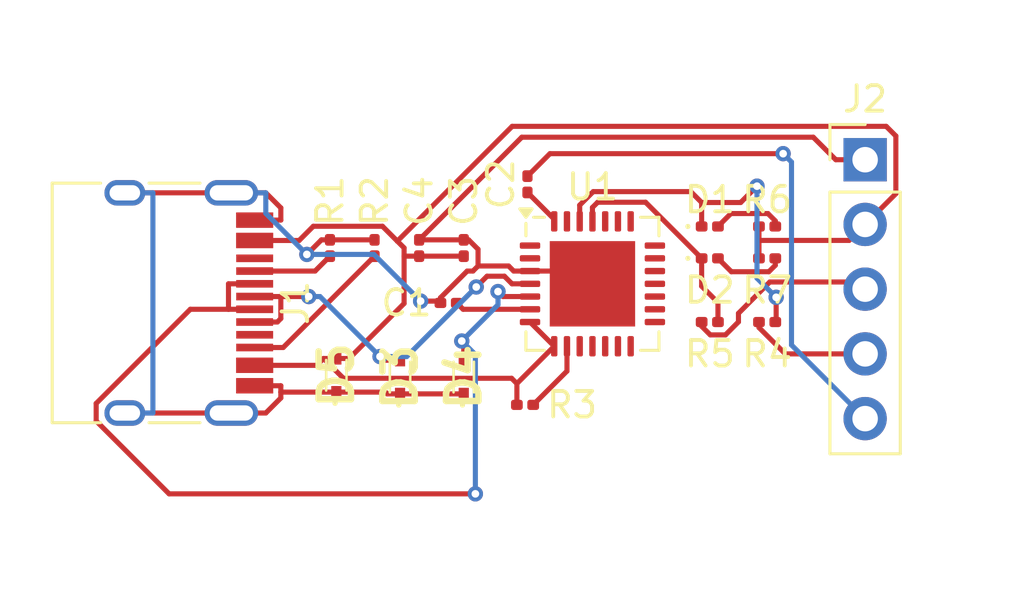
<source format=kicad_pcb>
(kicad_pcb (version 20241229) (generator "pcbnew") (generator_version "9.0")
  (layers (0 "F.Cu" signal) (2 "B.Cu" signal) (13 "F.Paste" user) (15 "B.Paste" user) (5 "F.SilkS" user "F.Silkscreen") (7 "B.SilkS" user "B.Silkscreen") (1 "F.Mask" user) (3 "B.Mask" user) (25 "Edge.Cuts" user))
  (net 0 "")
  (net 1 "Net-(U1-VDD)")
  (net 2 "GND")
  (net 3 "/RST")
  (net 4 "Net-(U1-~{DTR})")
  (net 5 "/VBUS")
  (net 6 "Net-(D1-A)")
  (net 7 "Net-(D1-K)")
  (net 8 "Net-(D2-K)")
  (net 9 "Net-(D2-A)")
  (net 10 "/D+")
  (net 11 "/D-")
  (net 13 "Net-(J1-CC1)")
  (net 15 "Net-(J1-CC2)")
  (net 16 "/RX")
  (net 17 "/TX")
  (net 18 "Net-(U1-~{RST})")
  (footprint "Resistor_SMD:R_0201_0603Metric" (layer "F.Cu") (at 147.75 101.095 90)
    (property "Reference" "R1" (at 1.845 0 90) (layer "F.SilkS"))
    (property "Value" "5.1K")
    (pad "1" smd roundrect (at -0.32 0 90) (size 0.46 0.4) (layers "F.Cu" "F.Mask") (net 13 "Net-(J1-CC1)"))
    (pad "2" smd roundrect (at 0.32 0 90) (size 0.46 0.4) (layers "F.Cu" "F.Mask") (net 2 "GND"))
  )
  (footprint "Footprints:LESD5D50CT1G" (layer "F.Cu") (at 148 106.09 90)
    (property "Reference" "D5" (at 0 0 90) (layer "F.SilkS") (effects (font (size 1.27 1.27) (thickness 0.254))))
    (property "Value" "LESD5D5.0CT1G" (hide yes))
    (fp_line (start -0.6 -0.4) (end 0.6 -0.4) (stroke (width 0.1)) (layer "F.SilkS"))
    (fp_line (start -1.1 -0.1) (end -1.1 -0.1) (stroke (width 0.1)) (layer "F.SilkS"))
    (fp_line (start -1.1 0) (end -1.1 0) (stroke (width 0.1)) (layer "F.SilkS"))
    (fp_line (start -0.6 0.4) (end 0.6 0.4) (stroke (width 0.1)) (layer "F.SilkS"))
    (fp_arc (start -1.1 -0.1) (mid -1.05 -0.05) (end -1.1 0) (stroke (width 0.1)) (layer "F.SilkS"))
    (fp_arc (start -1.1 0) (mid -1.15 -0.05) (end -1.1 -0.1) (stroke (width 0.1)) (layer "F.SilkS"))
    (pad "1" smd rect (at -0.66 0 180) (size 0.4 0.48) (layers "F.Cu" "F.Mask" "F.Paste") (net 2 "GND"))
    (pad "2" smd rect (at 0.66 0 180) (size 0.4 0.48) (layers "F.Cu" "F.Mask" "F.Paste") (net 5 "/VBUS"))
  )
  (footprint "Capacitor_SMD:C_0201_0603Metric" (layer "F.Cu") (at 151.25 101.095 90)
    (property "Reference" "C4" (at 1.845 0 90) (layer "F.SilkS"))
    (property "Value" "100nF")
    (pad "1" smd roundrect (at -0.32 0 90) (size 0.46 0.4) (layers "F.Cu" "F.Mask") (net 5 "/VBUS"))
    (pad "2" smd roundrect (at 0.32 0 90) (size 0.46 0.4) (layers "F.Cu" "F.Mask") (net 2 "GND"))
  )
  (footprint "Resistor_SMD:R_0201_0603Metric" (layer "F.Cu") (at 149.5 101.095 90)
    (property "Reference" "R2" (at 1.845 0 90) (layer "F.SilkS"))
    (property "Value" "5.1K")
    (pad "1" smd roundrect (at -0.32 0 90) (size 0.46 0.4) (layers "F.Cu" "F.Mask") (net 15 "Net-(J1-CC2)"))
    (pad "2" smd roundrect (at 0.32 0 90) (size 0.46 0.4) (layers "F.Cu" "F.Mask") (net 2 "GND"))
  )
  (footprint "Footprints:LESD5D50CT1G" (layer "F.Cu") (at 150.5 106.16 90)
    (property "Reference" "D3" (at 0 0 90) (layer "F.SilkS") (effects (font (size 1.27 1.27) (thickness 0.254))))
    (property "Value" "LESD5D5.0CT1G" (hide yes))
    (fp_line (start -0.6 -0.4) (end 0.6 -0.4) (stroke (width 0.1)) (layer "F.SilkS"))
    (fp_line (start -1.1 -0.1) (end -1.1 -0.1) (stroke (width 0.1)) (layer "F.SilkS"))
    (fp_line (start -1.1 0) (end -1.1 0) (stroke (width 0.1)) (layer "F.SilkS"))
    (fp_line (start -0.6 0.4) (end 0.6 0.4) (stroke (width 0.1)) (layer "F.SilkS"))
    (fp_arc (start -1.1 -0.1) (mid -1.05 -0.05) (end -1.1 0) (stroke (width 0.1)) (layer "F.SilkS"))
    (fp_arc (start -1.1 0) (mid -1.15 -0.05) (end -1.1 -0.1) (stroke (width 0.1)) (layer "F.SilkS"))
    (pad "1" smd rect (at -0.66 0 180) (size 0.4 0.48) (layers "F.Cu" "F.Mask" "F.Paste") (net 2 "GND"))
    (pad "2" smd rect (at 0.66 0 180) (size 0.4 0.48) (layers "F.Cu" "F.Mask" "F.Paste") (net 10 "/D+"))
  )
  (footprint "Package_DFN_QFN:QFN-28-1EP_5x5mm_P0.5mm_EP3.35x3.35mm" (layer "F.Cu") (at 158.05 102.5)
    (property "Reference" "U1" (at 0 -3.8 0) (layer "F.SilkS"))
    (property "Value" "CP2102N-Axx-xQFN28")
    (fp_line (start -2.61 -1.885) (end -2.61 -2.37) (stroke (width 0.12)) (layer "F.SilkS"))
    (fp_line (start -2.61 2.61) (end -2.61 1.885) (stroke (width 0.12)) (layer "F.SilkS"))
    (fp_line (start -1.885 -2.61) (end -2.31 -2.61) (stroke (width 0.12)) (layer "F.SilkS"))
    (fp_line (start -1.885 2.61) (end -2.61 2.61) (stroke (width 0.12)) (layer "F.SilkS"))
    (fp_line (start 1.885 -2.61) (end 2.61 -2.61) (stroke (width 0.12)) (layer "F.SilkS"))
    (fp_line (start 1.885 2.61) (end 2.61 2.61) (stroke (width 0.12)) (layer "F.SilkS"))
    (fp_line (start 2.61 -2.61) (end 2.61 -1.885) (stroke (width 0.12)) (layer "F.SilkS"))
    (fp_line (start 2.61 2.61) (end 2.61 1.885) (stroke (width 0.12)) (layer "F.SilkS"))
    (fp_poly (pts (xy -2.61 -2.61) (xy -2.85 -2.94) (xy -2.37 -2.94)) (stroke (width 0.12)) (fill yes) (layer "F.SilkS"))
    (pad "1" smd roundrect (at -2.45 -1.5) (size 0.8 0.25) (layers "F.Cu" "F.Mask" "F.Paste"))
    (pad "2" smd roundrect (at -2.45 -1) (size 0.8 0.25) (layers "F.Cu" "F.Mask" "F.Paste"))
    (pad "3" smd roundrect (at -2.45 -0.5) (size 0.8 0.25) (layers "F.Cu" "F.Mask" "F.Paste") (net 2 "GND"))
    (pad "4" smd roundrect (at -2.45 0) (size 0.8 0.25) (layers "F.Cu" "F.Mask" "F.Paste") (net 10 "/D+"))
    (pad "5" smd roundrect (at -2.45 0.5) (size 0.8 0.25) (layers "F.Cu" "F.Mask" "F.Paste") (net 11 "/D-"))
    (pad "6" smd roundrect (at -2.45 1) (size 0.8 0.25) (layers "F.Cu" "F.Mask" "F.Paste") (net 1 "Net-(U1-VDD)"))
    (pad "7" smd roundrect (at -2.45 1.5) (size 0.8 0.25) (layers "F.Cu" "F.Mask" "F.Paste") (net 5 "/VBUS"))
    (pad "8" smd roundrect (at -1.5 2.45) (size 0.25 0.8) (layers "F.Cu" "F.Mask" "F.Paste") (net 5 "/VBUS"))
    (pad "9" smd roundrect (at -1 2.45) (size 0.25 0.8) (layers "F.Cu" "F.Mask" "F.Paste") (net 18 "Net-(U1-~{RST})"))
    (pad "10" smd roundrect (at -0.5 2.45) (size 0.25 0.8) (layers "F.Cu" "F.Mask" "F.Paste"))
    (pad "11" smd roundrect (at 0 2.45) (size 0.25 0.8) (layers "F.Cu" "F.Mask" "F.Paste"))
    (pad "12" smd roundrect (at 0.5 2.45) (size 0.25 0.8) (layers "F.Cu" "F.Mask" "F.Paste"))
    (pad "13" smd roundrect (at 1 2.45) (size 0.25 0.8) (layers "F.Cu" "F.Mask" "F.Paste"))
    (pad "14" smd roundrect (at 1.5 2.45) (size 0.25 0.8) (layers "F.Cu" "F.Mask" "F.Paste"))
    (pad "15" smd roundrect (at 2.45 1.5) (size 0.8 0.25) (layers "F.Cu" "F.Mask" "F.Paste"))
    (pad "16" smd roundrect (at 2.45 1) (size 0.8 0.25) (layers "F.Cu" "F.Mask" "F.Paste"))
    (pad "17" smd roundrect (at 2.45 0.5) (size 0.8 0.25) (layers "F.Cu" "F.Mask" "F.Paste"))
    (pad "18" smd roundrect (at 2.45 0) (size 0.8 0.25) (layers "F.Cu" "F.Mask" "F.Paste"))
    (pad "19" smd roundrect (at 2.45 -0.5) (size 0.8 0.25) (layers "F.Cu" "F.Mask" "F.Paste"))
    (pad "20" smd roundrect (at 2.45 -1) (size 0.8 0.25) (layers "F.Cu" "F.Mask" "F.Paste"))
    (pad "21" smd roundrect (at 2.45 -1.5) (size 0.8 0.25) (layers "F.Cu" "F.Mask" "F.Paste"))
    (pad "22" smd roundrect (at 1.5 -2.45) (size 0.25 0.8) (layers "F.Cu" "F.Mask" "F.Paste"))
    (pad "23" smd roundrect (at 1 -2.45) (size 0.25 0.8) (layers "F.Cu" "F.Mask" "F.Paste"))
    (pad "24" smd roundrect (at 0.5 -2.45) (size 0.25 0.8) (layers "F.Cu" "F.Mask" "F.Paste"))
    (pad "25" smd roundrect (at 0 -2.45) (size 0.25 0.8) (layers "F.Cu" "F.Mask" "F.Paste") (net 8 "Net-(D2-K)"))
    (pad "26" smd roundrect (at -0.5 -2.45) (size 0.25 0.8) (layers "F.Cu" "F.Mask" "F.Paste") (net 7 "Net-(D1-K)"))
    (pad "27" smd roundrect (at -1 -2.45) (size 0.25 0.8) (layers "F.Cu" "F.Mask" "F.Paste"))
    (pad "28" smd roundrect (at -1.5 -2.45) (size 0.25 0.8) (layers "F.Cu" "F.Mask" "F.Paste") (net 4 "Net-(U1-~{DTR})"))
    (pad "29" smd rect (at 0 0) (size 3.35 3.35) (property pad_prop_heatsink) (layers "F.Cu" "F.Mask") (net 2 "GND"))
  )
  (footprint "Footprints:LESD5D50CT1G" (layer "F.Cu") (at 153 106.16 90)
    (property "Reference" "D4" (at 0 0 90) (layer "F.SilkS") (effects (font (size 1.27 1.27) (thickness 0.254))))
    (property "Value" "LESD5D5.0CT1G" (hide yes))
    (fp_line (start -0.6 -0.4) (end 0.6 -0.4) (stroke (width 0.1)) (layer "F.SilkS"))
    (fp_line (start -1.1 -0.1) (end -1.1 -0.1) (stroke (width 0.1)) (layer "F.SilkS"))
    (fp_line (start -1.1 0) (end -1.1 0) (stroke (width 0.1)) (layer "F.SilkS"))
    (fp_line (start -0.6 0.4) (end 0.6 0.4) (stroke (width 0.1)) (layer "F.SilkS"))
    (fp_arc (start -1.1 -0.1) (mid -1.05 -0.05) (end -1.1 0) (stroke (width 0.1)) (layer "F.SilkS"))
    (fp_arc (start -1.1 0) (mid -1.15 -0.05) (end -1.1 -0.1) (stroke (width 0.1)) (layer "F.SilkS"))
    (pad "1" smd rect (at -0.66 0 180) (size 0.4 0.48) (layers "F.Cu" "F.Mask" "F.Paste") (net 2 "GND"))
    (pad "2" smd rect (at 0.66 0 180) (size 0.4 0.48) (layers "F.Cu" "F.Mask" "F.Paste") (net 11 "/D-"))
  )
  (footprint "Resistor_SMD:R_0201_0603Metric" (layer "F.Cu") (at 155.405 107.25)
    (property "Reference" "R3" (at 1.845 0 0) (layer "F.SilkS"))
    (property "Value" "10K")
    (pad "1" smd roundrect (at -0.32 0) (size 0.46 0.4) (layers "F.Cu" "F.Mask") (net 5 "/VBUS"))
    (pad "2" smd roundrect (at 0.32 0) (size 0.46 0.4) (layers "F.Cu" "F.Mask") (net 18 "Net-(U1-~{RST})"))
  )
  (footprint "Connector_PinHeader_2.54mm:PinHeader_1x05_P2.54mm_Vertical" (layer "F.Cu") (at 168.75 97.63)
    (property "Reference" "J2" (at 0 -2.38 0) (layer "F.SilkS"))
    (property "Value" "Conn_01x05_Pin")
    (fp_line (start -1.38 -1.38) (end 0 -1.38) (stroke (width 0.12)) (layer "F.SilkS"))
    (fp_line (start -1.38 0) (end -1.38 -1.38) (stroke (width 0.12)) (layer "F.SilkS"))
    (fp_line (start -1.38 1.27) (end -1.38 11.54) (stroke (width 0.12)) (layer "F.SilkS"))
    (fp_line (start -1.38 1.27) (end 1.38 1.27) (stroke (width 0.12)) (layer "F.SilkS"))
    (fp_line (start -1.38 11.54) (end 1.38 11.54) (stroke (width 0.12)) (layer "F.SilkS"))
    (fp_line (start 1.38 1.27) (end 1.38 11.54) (stroke (width 0.12)) (layer "F.SilkS"))
    (pad "1" thru_hole rect (at 0 0) (size 1.7 1.7) (drill 1) (layers "*.Cu" "*.Mask") (net 2 "GND"))
    (pad "2" thru_hole circle (at 0 2.54) (size 1.7 1.7) (drill 1) (layers "*.Cu" "*.Mask") (net 5 "/VBUS"))
    (pad "3" thru_hole circle (at 0 5.08) (size 1.7 1.7) (drill 1) (layers "*.Cu" "*.Mask") (net 16 "/RX"))
    (pad "4" thru_hole circle (at 0 7.62) (size 1.7 1.7) (drill 1) (layers "*.Cu" "*.Mask") (net 17 "/TX"))
    (pad "5" thru_hole circle (at 0 10.16) (size 1.7 1.7) (drill 1) (layers "*.Cu" "*.Mask") (net 3 "/RST"))
  )
  (footprint "LED_SMD:LED_0201_0603Metric" (layer "F.Cu") (at 162.655 101.5)
    (property "Reference" "D2" (at 0 1.25 0) (layer "F.SilkS"))
    (property "Value" "LED")
    (fp_circle (center -0.86 0) (end -0.81 0) (stroke (width 0.1)) (fill no) (layer "F.SilkS"))
    (pad "1" smd roundrect (at -0.32 0) (size 0.46 0.4) (layers "F.Cu" "F.Mask") (net 8 "Net-(D2-K)"))
    (pad "2" smd roundrect (at 0.32 0) (size 0.46 0.4) (layers "F.Cu" "F.Mask") (net 9 "Net-(D2-A)"))
  )
  (footprint "Connector_USB:USB_C_Receptacle_HRO_TYPE-C-31-M-12" (layer "F.Cu") (at 140.75 103.25 -90)
    (property "Reference" "J1" (at 0 -5.645 90) (layer "F.SilkS"))
    (property "Value" "USB_C_Receptacle_USB2.0_16P")
    (fp_line (start -4.7 3.9) (end 4.7 3.9) (stroke (width 0.12)) (layer "F.SilkS"))
    (fp_line (start -4.7 2) (end -4.7 3.9) (stroke (width 0.12)) (layer "F.SilkS"))
    (fp_line (start 4.7 2) (end 4.7 3.9) (stroke (width 0.12)) (layer "F.SilkS"))
    (fp_line (start -4.7 -1.9) (end -4.7 0.1) (stroke (width 0.12)) (layer "F.SilkS"))
    (fp_line (start 4.7 -1.9) (end 4.7 0.1) (stroke (width 0.12)) (layer "F.SilkS"))
    (pad "" np_thru_hole circle (at -2.89 -2.6 270) (size 0.65 0.65) (drill 0.65) (layers "*.Cu" "*.Mask"))
    (pad "" np_thru_hole circle (at 2.89 -2.6 270) (size 0.65 0.65) (drill 0.65) (layers "*.Cu" "*.Mask"))
    (pad "A1" smd rect (at -3.25 -4.045 270) (size 0.6 1.45) (layers "F.Cu" "F.Mask" "F.Paste") (net 2 "GND"))
    (pad "A4" smd rect (at -2.45 -4.045 270) (size 0.6 1.45) (layers "F.Cu" "F.Mask" "F.Paste") (net 5 "/VBUS"))
    (pad "A5" smd rect (at -1.25 -4.045 270) (size 0.3 1.45) (layers "F.Cu" "F.Mask" "F.Paste") (net 13 "Net-(J1-CC1)"))
    (pad "A6" smd rect (at -0.25 -4.045 270) (size 0.3 1.45) (layers "F.Cu" "F.Mask" "F.Paste") (net 10 "/D+"))
    (pad "A7" smd rect (at 0.25 -4.045 270) (size 0.3 1.45) (layers "F.Cu" "F.Mask" "F.Paste") (net 11 "/D-"))
    (pad "A8" smd rect (at 1.25 -4.045 270) (size 0.3 1.45) (layers "F.Cu" "F.Mask" "F.Paste"))
    (pad "A9" smd rect (at 2.45 -4.045 270) (size 0.6 1.45) (layers "F.Cu" "F.Mask" "F.Paste") (net 5 "/VBUS"))
    (pad "A12" smd rect (at 3.25 -4.045 270) (size 0.6 1.45) (layers "F.Cu" "F.Mask" "F.Paste") (net 2 "GND"))
    (pad "B1" smd rect (at 3.25 -4.045 270) (size 0.6 1.45) (layers "F.Cu" "F.Mask" "F.Paste") (net 2 "GND"))
    (pad "B4" smd rect (at 2.45 -4.045 270) (size 0.6 1.45) (layers "F.Cu" "F.Mask" "F.Paste") (net 5 "/VBUS"))
    (pad "B5" smd rect (at 1.75 -4.045 270) (size 0.3 1.45) (layers "F.Cu" "F.Mask" "F.Paste") (net 15 "Net-(J1-CC2)"))
    (pad "B6" smd rect (at 0.75 -4.045 270) (size 0.3 1.45) (layers "F.Cu" "F.Mask" "F.Paste") (net 10 "/D+"))
    (pad "B7" smd rect (at -0.75 -4.045 270) (size 0.3 1.45) (layers "F.Cu" "F.Mask" "F.Paste") (net 11 "/D-"))
    (pad "B8" smd rect (at -1.75 -4.045 270) (size 0.3 1.45) (layers "F.Cu" "F.Mask" "F.Paste"))
    (pad "B9" smd rect (at -2.45 -4.045 270) (size 0.6 1.45) (layers "F.Cu" "F.Mask" "F.Paste") (net 5 "/VBUS"))
    (pad "B12" smd rect (at -3.25 -4.045 270) (size 0.6 1.45) (layers "F.Cu" "F.Mask" "F.Paste") (net 2 "GND"))
    (pad "S1" thru_hole oval (at -4.32 -3.13 270) (size 1 2.1) (drill oval 0.6 1.7) (property pad_prop_heatsink) (layers "*.Cu" "*.Mask") (net 2 "GND"))
    (pad "S1" thru_hole oval (at -4.32 1.05 270) (size 1 1.6) (drill oval 0.6 1.2) (property pad_prop_heatsink) (layers "*.Cu" "*.Mask") (net 2 "GND"))
    (pad "S1" thru_hole oval (at 4.32 -3.13 270) (size 1 2.1) (drill oval 0.6 1.7) (property pad_prop_heatsink) (layers "*.Cu" "*.Mask") (net 2 "GND"))
    (pad "S1" thru_hole oval (at 4.32 1.05 270) (size 1 1.6) (drill oval 0.6 1.2) (property pad_prop_heatsink) (layers "*.Cu" "*.Mask") (net 2 "GND"))
  )
  (footprint "Resistor_SMD:R_0201_0603Metric" (layer "F.Cu") (at 162.655 104)
    (property "Reference" "R5" (at 0 1.25 0) (layer "F.SilkS"))
    (property "Value" "1K")
    (pad "1" smd roundrect (at -0.32 0) (size 0.46 0.4) (layers "F.Cu" "F.Mask") (net 16 "/RX"))
    (pad "2" smd roundrect (at 0.32 0) (size 0.46 0.4) (layers "F.Cu" "F.Mask") (net 8 "Net-(D2-K)"))
  )
  (footprint "Resistor_SMD:R_0201_0603Metric" (layer "F.Cu") (at 164.905 104)
    (property "Reference" "R4" (at 0 1.25 0) (layer "F.SilkS"))
    (property "Value" "1K")
    (pad "1" smd roundrect (at -0.32 0) (size 0.46 0.4) (layers "F.Cu" "F.Mask") (net 17 "/TX"))
    (pad "2" smd roundrect (at 0.32 0) (size 0.46 0.4) (layers "F.Cu" "F.Mask") (net 7 "Net-(D1-K)"))
  )
  (footprint "Capacitor_SMD:C_0201_0603Metric" (layer "F.Cu") (at 152.405 103.25)
    (property "Reference" "C1" (at -1.655 0 0) (layer "F.SilkS"))
    (property "Value" "100nF")
    (pad "1" smd roundrect (at -0.32 0) (size 0.46 0.4) (layers "F.Cu" "F.Mask") (net 2 "GND"))
    (pad "2" smd roundrect (at 0.32 0) (size 0.46 0.4) (layers "F.Cu" "F.Mask") (net 1 "Net-(U1-VDD)"))
  )
  (footprint "Resistor_SMD:R_0201_0603Metric" (layer "F.Cu") (at 164.905 101.5)
    (property "Reference" "R7" (at 0 1.25 0) (layer "F.SilkS"))
    (property "Value" "1K")
    (pad "1" smd roundrect (at -0.32 0) (size 0.46 0.4) (layers "F.Cu" "F.Mask") (net 5 "/VBUS"))
    (pad "2" smd roundrect (at 0.32 0) (size 0.46 0.4) (layers "F.Cu" "F.Mask") (net 9 "Net-(D2-A)"))
  )
  (footprint "Capacitor_SMD:C_0201_0603Metric" (layer "F.Cu") (at 155.5 98.595 90)
    (property "Reference" "C2" (at 0 -1.05 90) (layer "F.SilkS"))
    (property "Value" "100nF")
    (pad "1" smd roundrect (at -0.32 0 90) (size 0.46 0.4) (layers "F.Cu" "F.Mask") (net 4 "Net-(U1-~{DTR})"))
    (pad "2" smd roundrect (at 0.32 0 90) (size 0.46 0.4) (layers "F.Cu" "F.Mask") (net 3 "/RST"))
  )
  (footprint "Capacitor_SMD:C_0201_0603Metric" (layer "F.Cu") (at 153 101.095 90)
    (property "Reference" "C3" (at 1.845 0 90) (layer "F.SilkS"))
    (property "Value" "100nF")
    (pad "1" smd roundrect (at -0.32 0 90) (size 0.46 0.4) (layers "F.Cu" "F.Mask") (net 5 "/VBUS"))
    (pad "2" smd roundrect (at 0.32 0 90) (size 0.46 0.4) (layers "F.Cu" "F.Mask") (net 2 "GND"))
  )
  (footprint "LED_SMD:LED_0201_0603Metric" (layer "F.Cu") (at 162.655 100.25)
    (property "Reference" "D1" (at 0 -1.05 0) (layer "F.SilkS"))
    (property "Value" "LED")
    (fp_circle (center -0.86 0) (end -0.81 0) (stroke (width 0.1)) (fill no) (layer "F.SilkS"))
    (pad "1" smd roundrect (at -0.32 0) (size 0.46 0.4) (layers "F.Cu" "F.Mask") (net 7 "Net-(D1-K)"))
    (pad "2" smd roundrect (at 0.32 0) (size 0.46 0.4) (layers "F.Cu" "F.Mask") (net 6 "Net-(D1-A)"))
  )
  (footprint "Resistor_SMD:R_0201_0603Metric" (layer "F.Cu") (at 164.905 100.25)
    (property "Reference" "R6" (at 0 -1.05 0) (layer "F.SilkS"))
    (property "Value" "1K")
    (pad "1" smd roundrect (at -0.32 0) (size 0.46 0.4) (layers "F.Cu" "F.Mask") (net 5 "/VBUS"))
    (pad "2" smd roundrect (at 0.32 0) (size 0.46 0.4) (layers "F.Cu" "F.Mask") (net 6 "Net-(D1-A)"))
  )
  (segment (start 152.725 103.25) (end 152.975 103.5) (width 0.2) (layer "F.Cu") (net 1))
  (segment (start 152.975 103.5) (end 155.6 103.5) (width 0.2) (layer "F.Cu") (net 1))
  (segment (start 155.6 102) (end 154.96 102) (width 0.2) (layer "F.Cu") (net 2))
  (segment (start 145.232 107.57) (end 145.822 106.98) (width 0.2) (layer "F.Cu") (net 2))
  (segment (start 139.7 98.93) (end 143.88 98.93) (width 0.2) (layer "F.Cu") (net 2))
  (segment (start 152.085 103.179) (end 152.085 103.049) (width 0.2) (layer "F.Cu") (net 2))
  (segment (start 155.277 96.748) (end 166.716 96.748) (width 0.2) (layer "F.Cu") (net 2))
  (segment (start 145.822 106.5) (end 144.795 106.5) (width 0.2) (layer "F.Cu") (net 2))
  (segment (start 145.822 106.98) (end 145.822 106.75) (width 0.2) (layer "F.Cu") (net 2))
  (segment (start 154.96 102) (end 154.76 101.8) (width 0.2) (layer "F.Cu") (net 2))
  (segment (start 157.55 102) (end 155.6 102) (width 0.2) (layer "F.Cu") (net 2))
  (segment (start 149.5 100.775) (end 147.75 100.775) (width 0.2) (layer "F.Cu") (net 2))
  (segment (start 139.7 107.57) (end 143.88 107.57) (width 0.2) (layer "F.Cu") (net 2))
  (segment (start 154.76 101.8) (end 153.561 101.8) (width 0.2) (layer "F.Cu") (net 2))
  (segment (start 143.88 98.93) (end 145.232 98.93) (width 0.2) (layer "F.Cu") (net 2))
  (segment (start 153.134 102) (end 153.361 102) (width 0.2) (layer "F.Cu") (net 2))
  (segment (start 145.822 100) (end 144.795 100) (width 0.2) (layer "F.Cu") (net 2))
  (segment (start 149.998 106.82) (end 149.928 106.75) (width 0.2) (layer "F.Cu") (net 2))
  (segment (start 153.561 101.145) (end 153.561 101.8) (width 0.2) (layer "F.Cu") (net 2))
  (segment (start 145.822 106.75) (end 145.822 106.5) (width 0.2) (layer "F.Cu") (net 2))
  (segment (start 150.5 106.82) (end 149.998 106.82) (width 0.2) (layer "F.Cu") (net 2))
  (segment (start 158.05 102.5) (end 157.55 102) (width 0.2) (layer "F.Cu") (net 2))
  (segment (start 151.25 100.775) (end 155.277 96.748) (width 0.2) (layer "F.Cu") (net 2))
  (segment (start 153.361 102) (end 153.561 101.8) (width 0.2) (layer "F.Cu") (net 2))
  (segment (start 151.307 103.179) (end 152.085 103.179) (width 0.2) (layer "F.Cu") (net 2))
  (segment (start 143.88 107.57) (end 145.232 107.57) (width 0.2) (layer "F.Cu") (net 2))
  (segment (start 149.928 106.75) (end 148 106.75) (width 0.2) (layer "F.Cu") (net 2))
  (segment (start 145.822 99.52) (end 145.822 100) (width 0.2) (layer "F.Cu") (net 2))
  (segment (start 152.085 103.25) (end 152.085 103.179) (width 0.2) (layer "F.Cu") (net 2))
  (segment (start 151.25 100.775) (end 153 100.775) (width 0.2) (layer "F.Cu") (net 2))
  (segment (start 153.191 100.775) (end 153.561 101.145) (width 0.2) (layer "F.Cu") (net 2))
  (segment (start 153 106.82) (end 150.5 106.82) (width 0.2) (layer "F.Cu") (net 2))
  (segment (start 146.843 101.347) (end 147.415 100.775) (width 0.2) (layer "F.Cu") (net 2))
  (segment (start 147.415 100.775) (end 147.75 100.775) (width 0.2) (layer "F.Cu") (net 2))
  (segment (start 153 100.775) (end 153.191 100.775) (width 0.2) (layer "F.Cu") (net 2))
  (segment (start 145.232 98.93) (end 145.822 99.52) (width 0.2) (layer "F.Cu") (net 2))
  (segment (start 145.822 106.75) (end 148 106.75) (width 0.2) (layer "F.Cu") (net 2))
  (segment (start 166.716 96.748) (end 167.598 97.63) (width 0.2) (layer "F.Cu") (net 2))
  (segment (start 152.085 103.049) (end 153.134 102) (width 0.2) (layer "F.Cu") (net 2))
  (segment (start 167.598 97.63) (end 168.75 97.63) (width 0.2) (layer "F.Cu") (net 2))
  (via (at 151.307 103.179) (size 0.6) (drill 0.3) (layers "F.Cu" "B.Cu") (net 2))
  (via (at 146.843 101.347) (size 0.6) (drill 0.3) (layers "F.Cu" "B.Cu") (net 2))
  (segment (start 143.88 98.93) (end 145.232 98.93) (width 0.2) (layer "B.Cu") (net 2))
  (segment (start 146.843 101.347) (end 149.475 101.347) (width 0.2) (layer "B.Cu") (net 2))
  (segment (start 145.232 99.7354) (end 146.843 101.347) (width 0.2) (layer "B.Cu") (net 2))
  (segment (start 140.802 98.93) (end 140.802 107.57) (width 0.2) (layer "B.Cu") (net 2))
  (segment (start 145.232 98.93) (end 145.232 99.7354) (width 0.2) (layer "B.Cu") (net 2))
  (segment (start 140.802 107.57) (end 139.7 107.57) (width 0.2) (layer "B.Cu") (net 2))
  (segment (start 149.475 101.347) (end 151.307 103.179) (width 0.2) (layer "B.Cu") (net 2))
  (segment (start 139.7 98.93) (end 140.802 98.93) (width 0.2) (layer "B.Cu") (net 2))
  (segment (start 156.382 97.3931) (end 165.533 97.3931) (width 0.2) (layer "F.Cu") (net 3))
  (segment (start 155.5 98.275) (end 156.382 97.3931) (width 0.2) (layer "F.Cu") (net 3))
  (via (at 165.533 97.3931) (size 0.6) (drill 0.3) (layers "F.Cu" "B.Cu") (net 3))
  (segment (start 168.75 107.79) (end 165.861 104.901) (width 0.2) (layer "B.Cu") (net 3))
  (segment (start 165.861 104.901) (end 165.861 97.7211) (width 0.2) (layer "B.Cu") (net 3))
  (segment (start 165.861 97.7211) (end 165.533 97.3931) (width 0.2) (layer "B.Cu") (net 3))
  (segment (start 156.55 99.965) (end 156.55 100.05) (width 0.2) (layer "F.Cu") (net 4))
  (segment (start 155.5 98.915) (end 156.55 99.965) (width 0.2) (layer "F.Cu") (net 4))
  (segment (start 148 105.43) (end 147.498 105.43) (width 0.2) (layer "F.Cu") (net 5))
  (segment (start 148.502 105.43) (end 148 105.43) (width 0.2) (layer "F.Cu") (net 5))
  (segment (start 154.878 106.208) (end 155.085 106.415) (width 0.2) (layer "F.Cu") (net 5))
  (segment (start 150.659 101.091) (end 150.659 101.415) (width 0.2) (layer "F.Cu") (net 5))
  (segment (start 144.795 105.7) (end 147.228 105.7) (width 0.2) (layer "F.Cu") (net 5))
  (segment (start 146.539 100.8) (end 144.795 100.8) (width 0.2) (layer "F.Cu") (net 5))
  (segment (start 169.956 98.9641) (end 169.956 96.6992) (width 0.2) (layer "F.Cu") (net 5))
  (segment (start 153 101.415) (end 151.25 101.415) (width 0.2) (layer "F.Cu") (net 5))
  (segment (start 150.394 100.826) (end 149.811 100.243) (width 0.2) (layer "F.Cu") (net 5))
  (segment (start 164.585 100.797) (end 168.123 100.797) (width 0.2) (layer "F.Cu") (net 5))
  (segment (start 164.585 100.797) (end 164.585 100.25) (width 0.2) (layer "F.Cu") (net 5))
  (segment (start 168.75 100.17) (end 169.956 98.9641) (width 0.2) (layer "F.Cu") (net 5))
  (segment (start 168.123 100.797) (end 168.75 100.17) (width 0.2) (layer "F.Cu") (net 5))
  (segment (start 169.956 96.6992) (end 169.578 96.3215) (width 0.2) (layer "F.Cu") (net 5))
  (segment (start 150.659 103.272) (end 148.502 105.43) (width 0.2) (layer "F.Cu") (net 5))
  (segment (start 156.55 104.95) (end 155.6 104) (width 0.2) (layer "F.Cu") (net 5))
  (segment (start 154.899 96.3215) (end 150.394 100.826) (width 0.2) (layer "F.Cu") (net 5))
  (segment (start 150.659 101.415) (end 151.25 101.415) (width 0.2) (layer "F.Cu") (net 5))
  (segment (start 150.394 100.826) (end 150.659 101.091) (width 0.2) (layer "F.Cu") (net 5))
  (segment (start 150.659 101.415) (end 150.659 103.272) (width 0.2) (layer "F.Cu") (net 5))
  (segment (start 169.578 96.3215) (end 154.899 96.3215) (width 0.2) (layer "F.Cu") (net 5))
  (segment (start 164.585 101.5) (end 164.585 100.797) (width 0.2) (layer "F.Cu") (net 5))
  (segment (start 147.096 100.243) (end 146.539 100.8) (width 0.2) (layer "F.Cu") (net 5))
  (segment (start 155.085 107.25) (end 155.085 106.415) (width 0.2) (layer "F.Cu") (net 5))
  (segment (start 147.228 105.7) (end 147.498 105.43) (width 0.2) (layer "F.Cu") (net 5))
  (segment (start 148.277 106.208) (end 154.878 106.208) (width 0.2) (layer "F.Cu") (net 5))
  (segment (start 156.55 104.95) (end 155.085 106.415) (width 0.2) (layer "F.Cu") (net 5))
  (segment (start 149.811 100.243) (end 147.096 100.243) (width 0.2) (layer "F.Cu") (net 5))
  (segment (start 147.498 105.43) (end 148.277 106.208) (width 0.2) (layer "F.Cu") (net 5))
  (segment (start 162.975 100.25) (end 163.482 99.7435) (width 0.2) (layer "F.Cu") (net 6))
  (segment (start 163.482 99.7435) (end 164.937 99.7435) (width 0.2) (layer "F.Cu") (net 6))
  (segment (start 164.937 99.7435) (end 165.225 100.031) (width 0.2) (layer "F.Cu") (net 6))
  (segment (start 165.225 100.031) (end 165.225 100.25) (width 0.2) (layer "F.Cu") (net 6))
  (segment (start 162.335 99.31) (end 162.335 100.25) (width 0.2) (layer "F.Cu") (net 7))
  (segment (start 163.866 99.31) (end 164.507 98.6683) (width 0.2) (layer "F.Cu") (net 7))
  (segment (start 161.908 98.8827) (end 162.335 99.31) (width 0.2) (layer "F.Cu") (net 7))
  (segment (start 165.225 104) (end 165.259 103.966) (width 0.2) (layer "F.Cu") (net 7))
  (segment (start 158.08 98.8827) (end 161.908 98.8827) (width 0.2) (layer "F.Cu") (net 7))
  (segment (start 157.55 100.05) (end 157.55 99.4132) (width 0.2) (layer "F.Cu") (net 7))
  (segment (start 157.55 99.4132) (end 158.08 98.8827) (width 0.2) (layer "F.Cu") (net 7))
  (segment (start 162.335 99.31) (end 163.866 99.31) (width 0.2) (layer "F.Cu") (net 7))
  (segment (start 165.259 103.966) (end 165.259 103.03) (width 0.2) (layer "F.Cu") (net 7))
  (via (at 165.259 103.03) (size 0.6) (drill 0.3) (layers "F.Cu" "B.Cu") (net 7))
  (via (at 164.507 98.6683) (size 0.6) (drill 0.3) (layers "F.Cu" "B.Cu") (net 7))
  (segment (start 164.507 102.278) (end 164.507 98.6683) (width 0.2) (layer "B.Cu") (net 7))
  (segment (start 165.259 103.03) (end 164.507 102.278) (width 0.2) (layer "B.Cu") (net 7))
  (segment (start 158.05 99.5041) (end 158.05 100.05) (width 0.2) (layer "F.Cu") (net 8))
  (segment (start 160.134 99.2995) (end 158.255 99.2995) (width 0.2) (layer "F.Cu") (net 8))
  (segment (start 162.975 104) (end 162.975 103.234) (width 0.2) (layer "F.Cu") (net 8))
  (segment (start 162.335 101.5) (end 160.134 99.2995) (width 0.2) (layer "F.Cu") (net 8))
  (segment (start 162.335 102.594) (end 162.335 101.5) (width 0.2) (layer "F.Cu") (net 8))
  (segment (start 162.975 103.234) (end 162.335 102.594) (width 0.2) (layer "F.Cu") (net 8))
  (segment (start 158.255 99.2995) (end 158.05 99.5041) (width 0.2) (layer "F.Cu") (net 8))
  (segment (start 165.225 101.5) (end 165.225 101.774) (width 0.2) (layer "F.Cu") (net 9))
  (segment (start 164.972 102.026) (end 163.502 102.026) (width 0.2) (layer "F.Cu") (net 9))
  (segment (start 163.502 102.026) (end 162.975 101.5) (width 0.2) (layer "F.Cu") (net 9))
  (segment (start 165.225 101.774) (end 164.972 102.026) (width 0.2) (layer "F.Cu") (net 9))
  (segment (start 153.913 102.202) (end 153.49 102.625) (width 0.2) (layer "F.Cu") (net 10))
  (segment (start 145.685 104) (end 145.822 103.863) (width 0.2) (layer "F.Cu") (net 10))
  (segment (start 149.859 105.5) (end 150.5 105.5) (width 0.2) (layer "F.Cu") (net 10))
  (segment (start 144.795 103) (end 145.822 103) (width 0.2) (layer "F.Cu") (net 10))
  (segment (start 155.6 102.5) (end 154.892 102.5) (width 0.2) (layer "F.Cu") (net 10))
  (segment (start 145.822 103) (end 146.917 103) (width 0.2) (layer "F.Cu") (net 10))
  (segment (start 145.822 103.863) (end 145.822 103) (width 0.2) (layer "F.Cu") (net 10))
  (segment (start 144.795 104) (end 145.685 104) (width 0.2) (layer "F.Cu") (net 10))
  (segment (start 149.714 105.355) (end 149.859 105.5) (width 0.2) (layer "F.Cu") (net 10))
  (segment (start 154.892 102.5) (end 154.594 102.202) (width 0.2) (layer "F.Cu") (net 10))
  (segment (start 154.594 102.202) (end 153.913 102.202) (width 0.2) (layer "F.Cu") (net 10))
  (via (at 149.714 105.355) (size 0.6) (drill 0.3) (layers "F.Cu" "B.Cu") (net 10))
  (via (at 153.49 102.625) (size 0.6) (drill 0.3) (layers "F.Cu" "B.Cu") (net 10))
  (via (at 146.917 103) (size 0.6) (drill 0.3) (layers "F.Cu" "B.Cu") (net 10))
  (segment (start 147.359 103) (end 149.714 105.355) (width 0.2) (layer "B.Cu") (net 10))
  (segment (start 150.76 105.355) (end 153.49 102.625) (width 0.2) (layer "B.Cu") (net 10))
  (segment (start 149.714 105.355) (end 150.76 105.355) (width 0.2) (layer "B.Cu") (net 10))
  (segment (start 146.917 103) (end 147.359 103) (width 0.2) (layer "B.Cu") (net 10))
  (segment (start 154.344 102.804) (end 154.541 103) (width 0.2) (layer "F.Cu") (net 11))
  (segment (start 154.541 103) (end 155.6 103) (width 0.2) (layer "F.Cu") (net 11))
  (segment (start 138.576 107.194) (end 138.576 107.882) (width 0.2) (layer "F.Cu") (net 11))
  (segment (start 143.768 103.5) (end 142.27 103.5) (width 0.2) (layer "F.Cu") (net 11))
  (segment (start 153 105.5) (end 153 104.823) (width 0.2) (layer "F.Cu") (net 11))
  (segment (start 138.576 107.882) (end 141.437 110.742) (width 0.2) (layer "F.Cu") (net 11))
  (segment (start 144.795 103.5) (end 143.768 103.5) (width 0.2) (layer "F.Cu") (net 11))
  (segment (start 142.27 103.5) (end 138.576 107.194) (width 0.2) (layer "F.Cu") (net 11))
  (segment (start 144.795 102.5) (end 143.768 102.5) (width 0.2) (layer "F.Cu") (net 11))
  (segment (start 143.768 102.5) (end 143.768 103.5) (width 0.2) (layer "F.Cu") (net 11))
  (segment (start 153 104.823) (end 152.922 104.745) (width 0.2) (layer "F.Cu") (net 11))
  (segment (start 141.437 110.742) (end 153.456 110.742) (width 0.2) (layer "F.Cu") (net 11))
  (via (at 154.344 102.804) (size 0.6) (drill 0.3) (layers "F.Cu" "B.Cu") (net 11))
  (via (at 152.922 104.745) (size 0.6) (drill 0.3) (layers "F.Cu" "B.Cu") (net 11))
  (via (at 153.456 110.742) (size 0.6) (drill 0.3) (layers "F.Cu" "B.Cu") (net 11))
  (segment (start 153.456 105.279) (end 152.922 104.745) (width 0.2) (layer "B.Cu") (net 11))
  (segment (start 152.922 104.745) (end 154.344 103.322) (width 0.2) (layer "B.Cu") (net 11))
  (segment (start 153.456 110.742) (end 153.456 105.279) (width 0.2) (layer "B.Cu") (net 11))
  (segment (start 154.344 103.322) (end 154.344 102.804) (width 0.2) (layer "B.Cu") (net 11))
  (segment (start 147.165 102) (end 144.795 102) (width 0.2) (layer "F.Cu") (net 13))
  (segment (start 147.75 101.415) (end 147.165 102) (width 0.2) (layer "F.Cu") (net 13))
  (segment (start 144.795 105) (end 145.915 105) (width 0.2) (layer "F.Cu") (net 15))
  (segment (start 145.915 105) (end 149.5 101.415) (width 0.2) (layer "F.Cu") (net 15))
  (segment (start 168.468 102.428) (end 165.01 102.428) (width 0.2) (layer "F.Cu") (net 16))
  (segment (start 162.673 104.504) (end 162.335 104.166) (width 0.2) (layer "F.Cu") (net 16))
  (segment (start 163.78 103.994) (end 163.27 104.504) (width 0.2) (layer "F.Cu") (net 16))
  (segment (start 162.335 104.166) (end 162.335 104) (width 0.2) (layer "F.Cu") (net 16))
  (segment (start 163.78 103.658) (end 163.78 103.994) (width 0.2) (layer "F.Cu") (net 16))
  (segment (start 163.27 104.504) (end 162.673 104.504) (width 0.2) (layer "F.Cu") (net 16))
  (segment (start 165.01 102.428) (end 163.78 103.658) (width 0.2) (layer "F.Cu") (net 16))
  (segment (start 168.75 102.71) (end 168.468 102.428) (width 0.2) (layer "F.Cu") (net 16))
  (segment (start 164.585 104) (end 164.585 104.217) (width 0.2) (layer "F.Cu") (net 17))
  (segment (start 164.585 104.217) (end 165.618 105.25) (width 0.2) (layer "F.Cu") (net 17))
  (segment (start 165.618 105.25) (end 168.75 105.25) (width 0.2) (layer "F.Cu") (net 17))
  (segment (start 155.725 107.25) (end 157.05 105.925) (width 0.2) (layer "F.Cu") (net 18))
  (segment (start 157.05 105.925) (end 157.05 104.95) (width 0.2) (layer "F.Cu") (net 18))
)
</source>
